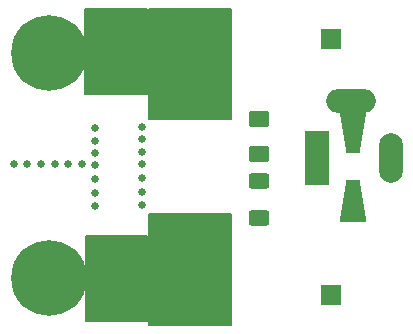
<source format=gbr>
%TF.GenerationSoftware,KiCad,Pcbnew,8.0.1*%
%TF.CreationDate,2024-04-06T16:57:38-05:00*%
%TF.ProjectId,Banana to Barrel Jack Adapter,42616e61-6e61-4207-946f-204261727265,2*%
%TF.SameCoordinates,Original*%
%TF.FileFunction,Soldermask,Bot*%
%TF.FilePolarity,Negative*%
%FSLAX46Y46*%
G04 Gerber Fmt 4.6, Leading zero omitted, Abs format (unit mm)*
G04 Created by KiCad (PCBNEW 8.0.1) date 2024-04-06 16:57:38*
%MOMM*%
%LPD*%
G01*
G04 APERTURE LIST*
G04 Aperture macros list*
%AMRoundRect*
0 Rectangle with rounded corners*
0 $1 Rounding radius*
0 $2 $3 $4 $5 $6 $7 $8 $9 X,Y pos of 4 corners*
0 Add a 4 corners polygon primitive as box body*
4,1,4,$2,$3,$4,$5,$6,$7,$8,$9,$2,$3,0*
0 Add four circle primitives for the rounded corners*
1,1,$1+$1,$2,$3*
1,1,$1+$1,$4,$5*
1,1,$1+$1,$6,$7*
1,1,$1+$1,$8,$9*
0 Add four rect primitives between the rounded corners*
20,1,$1+$1,$2,$3,$4,$5,0*
20,1,$1+$1,$4,$5,$6,$7,0*
20,1,$1+$1,$6,$7,$8,$9,0*
20,1,$1+$1,$8,$9,$2,$3,0*%
%AMOutline4P*
0 Free polygon, 4 corners , with rotation*
0 The origin of the aperture is its center*
0 number of corners: always 4*
0 $1 to $8 corner X, Y*
0 $9 Rotation angle, in degrees counterclockwise*
0 create outline with 4 corners*
4,1,4,$1,$2,$3,$4,$5,$6,$7,$8,$1,$2,$9*%
G04 Aperture macros list end*
%ADD10C,0.150000*%
%ADD11C,0.635000*%
%ADD12R,2.000000X4.600000*%
%ADD13O,2.000000X4.200000*%
%ADD14O,4.200000X2.000000*%
%ADD15R,1.700000X1.700000*%
%ADD16C,0.800000*%
%ADD17C,6.400000*%
%ADD18RoundRect,0.250000X0.625000X-0.400000X0.625000X0.400000X-0.625000X0.400000X-0.625000X-0.400000X0*%
%ADD19Outline4P,-1.800000X-1.150000X1.800000X-0.550000X1.800000X0.550000X-1.800000X1.150000X90.000000*%
%ADD20Outline4P,-1.800000X-1.150000X1.800000X-0.550000X1.800000X0.550000X-1.800000X1.150000X270.000000*%
%ADD21RoundRect,0.250001X-0.624999X0.462499X-0.624999X-0.462499X0.624999X-0.462499X0.624999X0.462499X0*%
G04 APERTURE END LIST*
D10*
X132050000Y-86168600D02*
X137249800Y-86168600D01*
X137249800Y-93331400D01*
X132050000Y-93331400D01*
X132050000Y-86168600D01*
G36*
X132050000Y-86168600D02*
G01*
X137249800Y-86168600D01*
X137249800Y-93331400D01*
X132050000Y-93331400D01*
X132050000Y-86168600D01*
G37*
X132075000Y-105368600D02*
X137274800Y-105368600D01*
X137274800Y-112531400D01*
X132075000Y-112531400D01*
X132075000Y-105368600D01*
G36*
X132075000Y-105368600D02*
G01*
X137274800Y-105368600D01*
X137274800Y-112531400D01*
X132075000Y-112531400D01*
X132075000Y-105368600D01*
G37*
X137477600Y-103516000D02*
X144422400Y-103516000D01*
X144422400Y-112925000D01*
X137477600Y-112925000D01*
X137477600Y-103516000D01*
G36*
X137477600Y-103516000D02*
G01*
X144422400Y-103516000D01*
X144422400Y-112925000D01*
X137477600Y-112925000D01*
X137477600Y-103516000D01*
G37*
X137439400Y-86133000D02*
X144424200Y-86133000D01*
X144424200Y-95511000D01*
X137439400Y-95511000D01*
X137439400Y-86133000D01*
G36*
X137439400Y-86133000D02*
G01*
X144424200Y-86133000D01*
X144424200Y-95511000D01*
X137439400Y-95511000D01*
X137439400Y-86133000D01*
G37*
D11*
%TO.C,*%
X136890000Y-96122884D03*
%TD*%
D12*
%TO.C,J1*%
X151650000Y-98750000D03*
D13*
X157950000Y-98750000D03*
D14*
X154550000Y-93950000D03*
%TD*%
D11*
%TO.C,REF\u002A\u002A*%
X132891494Y-99346800D03*
%TD*%
D15*
%TO.C,J3*%
X152882600Y-88671400D03*
%TD*%
D11*
%TO.C,REF\u002A\u002A*%
X132891494Y-102853108D03*
%TD*%
D16*
%TO.C,H1*%
X126600138Y-108968250D03*
X127303082Y-107271194D03*
X127303082Y-110665306D03*
X129000138Y-106568250D03*
D17*
X129000138Y-108968250D03*
D16*
X129000138Y-111368250D03*
X130697194Y-107271194D03*
X130697194Y-110665306D03*
X131400138Y-108968250D03*
%TD*%
D11*
%TO.C,REF\u002A\u002A*%
X132891494Y-96228040D03*
%TD*%
%TO.C,REF\u002A\u002A*%
X128300000Y-99290000D03*
%TD*%
%TO.C,REF\u002A\u002A*%
X127138494Y-99290000D03*
%TD*%
%TO.C,REF\u002A\u002A*%
X129461506Y-99290000D03*
%TD*%
D15*
%TO.C,J2*%
X152882600Y-110337600D03*
%TD*%
D11*
%TO.C,REF\u002A\u002A*%
X130623012Y-99290000D03*
%TD*%
%TO.C,REF\u002A\u002A*%
X132891494Y-100580156D03*
%TD*%
%TO.C,REF\u002A\u002A*%
X131784518Y-99290000D03*
%TD*%
%TO.C,*%
X136890000Y-102747952D03*
%TD*%
%TO.C,REF\u002A\u002A*%
X125976988Y-99290000D03*
%TD*%
D16*
%TO.C,H2*%
X126600138Y-89918250D03*
X127303082Y-88221194D03*
X127303082Y-91615306D03*
X129000138Y-87518250D03*
D17*
X129000138Y-89918250D03*
D16*
X129000138Y-92318250D03*
X130697194Y-88221194D03*
X130697194Y-91615306D03*
X131400138Y-89918250D03*
%TD*%
D11*
%TO.C,*%
X136890000Y-97194764D03*
%TD*%
%TO.C,REF\u002A\u002A*%
X132891494Y-97299920D03*
%TD*%
%TO.C,*%
X136890000Y-99313124D03*
%TD*%
%TO.C,*%
X136890000Y-101611476D03*
%TD*%
%TO.C,REF\u002A\u002A*%
X132891494Y-101716632D03*
%TD*%
%TO.C,*%
X136890000Y-98266644D03*
%TD*%
%TO.C,REF\u002A\u002A*%
X132891494Y-98371800D03*
%TD*%
%TO.C,*%
X136890000Y-100475000D03*
%TD*%
D18*
%TO.C,R2*%
X146790000Y-103820000D03*
X146790000Y-100720000D03*
%TD*%
D19*
%TO.C,D3*%
X154750000Y-102400000D03*
D20*
X154750000Y-96600000D03*
%TD*%
D21*
%TO.C,D2*%
X146790000Y-95432500D03*
X146790000Y-98407500D03*
%TD*%
M02*

</source>
